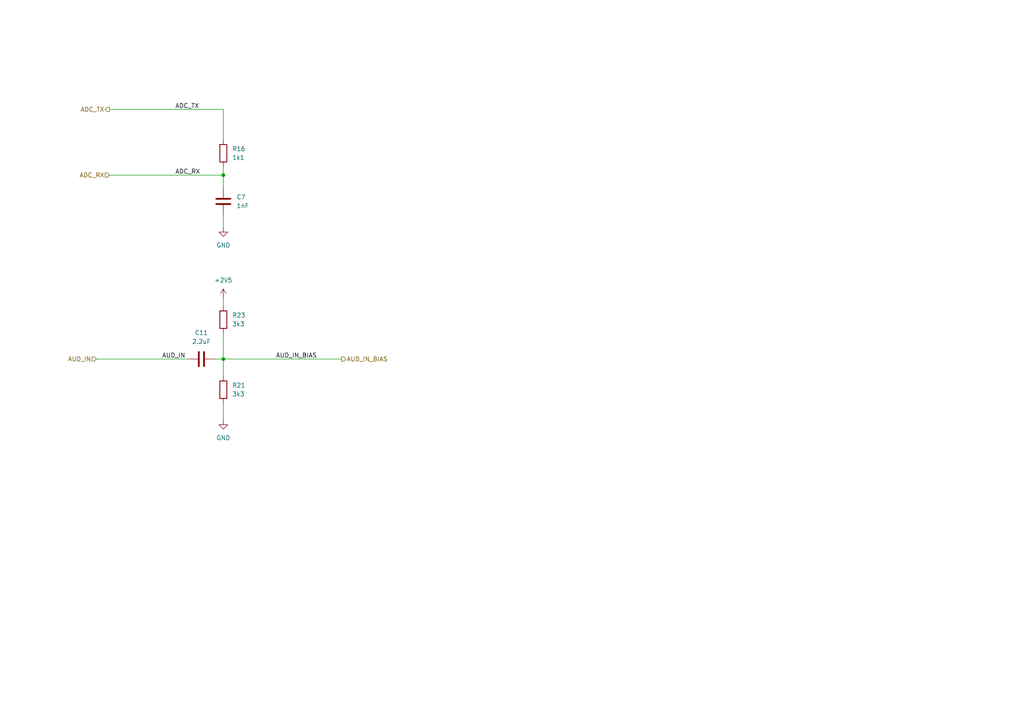
<source format=kicad_sch>
(kicad_sch
	(version 20250114)
	(generator "eeschema")
	(generator_version "9.0")
	(uuid "772ff847-a194-466b-b27b-2c6e74b275df")
	(paper "A4")
	(lib_symbols
		(symbol "Device:C"
			(pin_numbers
				(hide yes)
			)
			(pin_names
				(offset 0.254)
			)
			(exclude_from_sim no)
			(in_bom yes)
			(on_board yes)
			(property "Reference" "C"
				(at 0.635 2.54 0)
				(effects
					(font
						(size 1.27 1.27)
					)
					(justify left)
				)
			)
			(property "Value" "C"
				(at 0.635 -2.54 0)
				(effects
					(font
						(size 1.27 1.27)
					)
					(justify left)
				)
			)
			(property "Footprint" ""
				(at 0.9652 -3.81 0)
				(effects
					(font
						(size 1.27 1.27)
					)
					(hide yes)
				)
			)
			(property "Datasheet" "~"
				(at 0 0 0)
				(effects
					(font
						(size 1.27 1.27)
					)
					(hide yes)
				)
			)
			(property "Description" "Unpolarized capacitor"
				(at 0 0 0)
				(effects
					(font
						(size 1.27 1.27)
					)
					(hide yes)
				)
			)
			(property "ki_keywords" "cap capacitor"
				(at 0 0 0)
				(effects
					(font
						(size 1.27 1.27)
					)
					(hide yes)
				)
			)
			(property "ki_fp_filters" "C_*"
				(at 0 0 0)
				(effects
					(font
						(size 1.27 1.27)
					)
					(hide yes)
				)
			)
			(symbol "C_0_1"
				(polyline
					(pts
						(xy -2.032 0.762) (xy 2.032 0.762)
					)
					(stroke
						(width 0.508)
						(type default)
					)
					(fill
						(type none)
					)
				)
				(polyline
					(pts
						(xy -2.032 -0.762) (xy 2.032 -0.762)
					)
					(stroke
						(width 0.508)
						(type default)
					)
					(fill
						(type none)
					)
				)
			)
			(symbol "C_1_1"
				(pin passive line
					(at 0 3.81 270)
					(length 2.794)
					(name "~"
						(effects
							(font
								(size 1.27 1.27)
							)
						)
					)
					(number "1"
						(effects
							(font
								(size 1.27 1.27)
							)
						)
					)
				)
				(pin passive line
					(at 0 -3.81 90)
					(length 2.794)
					(name "~"
						(effects
							(font
								(size 1.27 1.27)
							)
						)
					)
					(number "2"
						(effects
							(font
								(size 1.27 1.27)
							)
						)
					)
				)
			)
			(embedded_fonts no)
		)
		(symbol "Device:R"
			(pin_numbers
				(hide yes)
			)
			(pin_names
				(offset 0)
			)
			(exclude_from_sim no)
			(in_bom yes)
			(on_board yes)
			(property "Reference" "R"
				(at 2.032 0 90)
				(effects
					(font
						(size 1.27 1.27)
					)
				)
			)
			(property "Value" "R"
				(at 0 0 90)
				(effects
					(font
						(size 1.27 1.27)
					)
				)
			)
			(property "Footprint" ""
				(at -1.778 0 90)
				(effects
					(font
						(size 1.27 1.27)
					)
					(hide yes)
				)
			)
			(property "Datasheet" "~"
				(at 0 0 0)
				(effects
					(font
						(size 1.27 1.27)
					)
					(hide yes)
				)
			)
			(property "Description" "Resistor"
				(at 0 0 0)
				(effects
					(font
						(size 1.27 1.27)
					)
					(hide yes)
				)
			)
			(property "ki_keywords" "R res resistor"
				(at 0 0 0)
				(effects
					(font
						(size 1.27 1.27)
					)
					(hide yes)
				)
			)
			(property "ki_fp_filters" "R_*"
				(at 0 0 0)
				(effects
					(font
						(size 1.27 1.27)
					)
					(hide yes)
				)
			)
			(symbol "R_0_1"
				(rectangle
					(start -1.016 -2.54)
					(end 1.016 2.54)
					(stroke
						(width 0.254)
						(type default)
					)
					(fill
						(type none)
					)
				)
			)
			(symbol "R_1_1"
				(pin passive line
					(at 0 3.81 270)
					(length 1.27)
					(name "~"
						(effects
							(font
								(size 1.27 1.27)
							)
						)
					)
					(number "1"
						(effects
							(font
								(size 1.27 1.27)
							)
						)
					)
				)
				(pin passive line
					(at 0 -3.81 90)
					(length 1.27)
					(name "~"
						(effects
							(font
								(size 1.27 1.27)
							)
						)
					)
					(number "2"
						(effects
							(font
								(size 1.27 1.27)
							)
						)
					)
				)
			)
			(embedded_fonts no)
		)
		(symbol "power:+2V5"
			(power)
			(pin_numbers
				(hide yes)
			)
			(pin_names
				(offset 0)
				(hide yes)
			)
			(exclude_from_sim no)
			(in_bom yes)
			(on_board yes)
			(property "Reference" "#PWR"
				(at 0 -3.81 0)
				(effects
					(font
						(size 1.27 1.27)
					)
					(hide yes)
				)
			)
			(property "Value" "+2V5"
				(at 0 3.556 0)
				(effects
					(font
						(size 1.27 1.27)
					)
				)
			)
			(property "Footprint" ""
				(at 0 0 0)
				(effects
					(font
						(size 1.27 1.27)
					)
					(hide yes)
				)
			)
			(property "Datasheet" ""
				(at 0 0 0)
				(effects
					(font
						(size 1.27 1.27)
					)
					(hide yes)
				)
			)
			(property "Description" "Power symbol creates a global label with name \"+2V5\""
				(at 0 0 0)
				(effects
					(font
						(size 1.27 1.27)
					)
					(hide yes)
				)
			)
			(property "ki_keywords" "global power"
				(at 0 0 0)
				(effects
					(font
						(size 1.27 1.27)
					)
					(hide yes)
				)
			)
			(symbol "+2V5_0_1"
				(polyline
					(pts
						(xy -0.762 1.27) (xy 0 2.54)
					)
					(stroke
						(width 0)
						(type default)
					)
					(fill
						(type none)
					)
				)
				(polyline
					(pts
						(xy 0 2.54) (xy 0.762 1.27)
					)
					(stroke
						(width 0)
						(type default)
					)
					(fill
						(type none)
					)
				)
				(polyline
					(pts
						(xy 0 0) (xy 0 2.54)
					)
					(stroke
						(width 0)
						(type default)
					)
					(fill
						(type none)
					)
				)
			)
			(symbol "+2V5_1_1"
				(pin power_in line
					(at 0 0 90)
					(length 0)
					(name "~"
						(effects
							(font
								(size 1.27 1.27)
							)
						)
					)
					(number "1"
						(effects
							(font
								(size 1.27 1.27)
							)
						)
					)
				)
			)
			(embedded_fonts no)
		)
		(symbol "power:GND"
			(power)
			(pin_numbers
				(hide yes)
			)
			(pin_names
				(offset 0)
				(hide yes)
			)
			(exclude_from_sim no)
			(in_bom yes)
			(on_board yes)
			(property "Reference" "#PWR"
				(at 0 -6.35 0)
				(effects
					(font
						(size 1.27 1.27)
					)
					(hide yes)
				)
			)
			(property "Value" "GND"
				(at 0 -3.81 0)
				(effects
					(font
						(size 1.27 1.27)
					)
				)
			)
			(property "Footprint" ""
				(at 0 0 0)
				(effects
					(font
						(size 1.27 1.27)
					)
					(hide yes)
				)
			)
			(property "Datasheet" ""
				(at 0 0 0)
				(effects
					(font
						(size 1.27 1.27)
					)
					(hide yes)
				)
			)
			(property "Description" "Power symbol creates a global label with name \"GND\" , ground"
				(at 0 0 0)
				(effects
					(font
						(size 1.27 1.27)
					)
					(hide yes)
				)
			)
			(property "ki_keywords" "global power"
				(at 0 0 0)
				(effects
					(font
						(size 1.27 1.27)
					)
					(hide yes)
				)
			)
			(symbol "GND_0_1"
				(polyline
					(pts
						(xy 0 0) (xy 0 -1.27) (xy 1.27 -1.27) (xy 0 -2.54) (xy -1.27 -1.27) (xy 0 -1.27)
					)
					(stroke
						(width 0)
						(type default)
					)
					(fill
						(type none)
					)
				)
			)
			(symbol "GND_1_1"
				(pin power_in line
					(at 0 0 270)
					(length 0)
					(name "~"
						(effects
							(font
								(size 1.27 1.27)
							)
						)
					)
					(number "1"
						(effects
							(font
								(size 1.27 1.27)
							)
						)
					)
				)
			)
			(embedded_fonts no)
		)
	)
	(junction
		(at 64.77 104.14)
		(diameter 0)
		(color 0 0 0 0)
		(uuid "782daec6-40ab-4d79-b82c-09671efd35fb")
	)
	(junction
		(at 64.77 50.8)
		(diameter 0)
		(color 0 0 0 0)
		(uuid "e2de462b-c113-4a94-9b74-4d9c4b42f9e5")
	)
	(wire
		(pts
			(xy 64.77 96.52) (xy 64.77 104.14)
		)
		(stroke
			(width 0)
			(type default)
		)
		(uuid "0466f364-92e4-428d-a108-08afee8c513c")
	)
	(wire
		(pts
			(xy 31.75 31.75) (xy 64.77 31.75)
		)
		(stroke
			(width 0)
			(type default)
		)
		(uuid "0cc43b31-eeac-49b5-8dde-6a7b30e322e9")
	)
	(wire
		(pts
			(xy 64.77 86.36) (xy 64.77 88.9)
		)
		(stroke
			(width 0)
			(type default)
		)
		(uuid "0da09da5-f3c5-4f76-8822-b7fcce42923d")
	)
	(wire
		(pts
			(xy 62.23 104.14) (xy 64.77 104.14)
		)
		(stroke
			(width 0)
			(type default)
		)
		(uuid "20317500-f239-458e-805f-da547b818fdf")
	)
	(wire
		(pts
			(xy 64.77 40.64) (xy 64.77 31.75)
		)
		(stroke
			(width 0)
			(type default)
		)
		(uuid "3cef5acd-41b8-4342-b27f-e9d9a81eda32")
	)
	(wire
		(pts
			(xy 64.77 104.14) (xy 99.06 104.14)
		)
		(stroke
			(width 0)
			(type default)
		)
		(uuid "53e695c2-6e0f-4921-847a-5ab44c066225")
	)
	(wire
		(pts
			(xy 64.77 104.14) (xy 64.77 109.22)
		)
		(stroke
			(width 0)
			(type default)
		)
		(uuid "594d93c4-2423-4c97-a414-f0f0b92d49f5")
	)
	(wire
		(pts
			(xy 27.94 104.14) (xy 54.61 104.14)
		)
		(stroke
			(width 0)
			(type default)
		)
		(uuid "9300e5dc-94f9-4159-b1ee-a90fdc87ca86")
	)
	(wire
		(pts
			(xy 64.77 62.23) (xy 64.77 66.04)
		)
		(stroke
			(width 0)
			(type default)
		)
		(uuid "9a8bdc72-bcce-4b45-b6ba-f2b3e0cbceba")
	)
	(wire
		(pts
			(xy 64.77 50.8) (xy 64.77 54.61)
		)
		(stroke
			(width 0)
			(type default)
		)
		(uuid "a0195bb6-a69e-4d5f-be47-c5f7ee4646af")
	)
	(wire
		(pts
			(xy 31.75 50.8) (xy 64.77 50.8)
		)
		(stroke
			(width 0)
			(type default)
		)
		(uuid "b0f1ec8e-8924-4f38-a55b-916139eb51b1")
	)
	(wire
		(pts
			(xy 64.77 116.84) (xy 64.77 121.92)
		)
		(stroke
			(width 0)
			(type default)
		)
		(uuid "dea92f9a-a828-4336-b2f0-58a4f0dbbbe2")
	)
	(wire
		(pts
			(xy 64.77 48.26) (xy 64.77 50.8)
		)
		(stroke
			(width 0)
			(type default)
		)
		(uuid "ebd0cfe5-0e2b-4486-94f2-e92587b30be9")
	)
	(label "AUD_IN_BIAS"
		(at 80.01 104.14 0)
		(effects
			(font
				(size 1.27 1.27)
			)
			(justify left bottom)
		)
		(uuid "334400a1-d822-4c90-84a3-c1056fa3a466")
	)
	(label "ADC_RX"
		(at 50.8 50.8 0)
		(effects
			(font
				(size 1.27 1.27)
			)
			(justify left bottom)
		)
		(uuid "378375b1-1290-42fc-8e13-4247b057fb56")
	)
	(label "AUD_IN"
		(at 46.99 104.14 0)
		(effects
			(font
				(size 1.27 1.27)
			)
			(justify left bottom)
		)
		(uuid "48b837a8-7028-429c-8593-473880b1c773")
	)
	(label "ADC_TX"
		(at 50.8 31.75 0)
		(effects
			(font
				(size 1.27 1.27)
			)
			(justify left bottom)
		)
		(uuid "c1ca05a6-4cdc-4ad5-89ec-b4d94499e3f3")
	)
	(hierarchical_label "ADC_RX"
		(shape input)
		(at 31.75 50.8 180)
		(effects
			(font
				(size 1.27 1.27)
			)
			(justify right)
		)
		(uuid "9ac4167d-c812-4cd6-a312-c1e6f6b895e8")
	)
	(hierarchical_label "AUD_IN_BIAS"
		(shape output)
		(at 99.06 104.14 0)
		(effects
			(font
				(size 1.27 1.27)
			)
			(justify left)
		)
		(uuid "aef19c8a-2be7-46ac-8a6d-7e63c5587c03")
	)
	(hierarchical_label "ADC_TX"
		(shape output)
		(at 31.75 31.75 180)
		(effects
			(font
				(size 1.27 1.27)
			)
			(justify right)
		)
		(uuid "cff769a2-6a55-4662-b14a-93983a23f6df")
	)
	(hierarchical_label "AUD_IN"
		(shape input)
		(at 27.94 104.14 180)
		(effects
			(font
				(size 1.27 1.27)
			)
			(justify right)
		)
		(uuid "d04df2a7-bb22-48ad-8fdb-d50a56b0f1f0")
	)
	(symbol
		(lib_id "Device:C")
		(at 58.42 104.14 90)
		(unit 1)
		(exclude_from_sim no)
		(in_bom yes)
		(on_board yes)
		(dnp no)
		(fields_autoplaced yes)
		(uuid "06cd2056-a0de-432b-94d9-ce164b589e7c")
		(property "Reference" "C11"
			(at 58.42 96.52 90)
			(effects
				(font
					(size 1.27 1.27)
				)
			)
		)
		(property "Value" "2.2uF"
			(at 58.42 99.06 90)
			(effects
				(font
					(size 1.27 1.27)
				)
			)
		)
		(property "Footprint" "Capacitor_SMD:C_0603_1608Metric"
			(at 62.23 103.1748 0)
			(effects
				(font
					(size 1.27 1.27)
				)
				(hide yes)
			)
		)
		(property "Datasheet" "~"
			(at 58.42 104.14 0)
			(effects
				(font
					(size 1.27 1.27)
				)
				(hide yes)
			)
		)
		(property "Description" "Unpolarized capacitor"
			(at 58.42 104.14 0)
			(effects
				(font
					(size 1.27 1.27)
				)
				(hide yes)
			)
		)
		(pin "1"
			(uuid "863813e9-a679-4403-9773-ec31e0c08b99")
		)
		(pin "2"
			(uuid "67b0787d-e17d-4013-9328-cf0d8f59c669")
		)
		(instances
			(project ""
				(path "/f8f92944-710a-49a0-a698-f840e5f20e15/1dc50d40-2acd-4c26-808b-1819716fc764"
					(reference "C11")
					(unit 1)
				)
			)
		)
	)
	(symbol
		(lib_id "Device:R")
		(at 64.77 92.71 0)
		(unit 1)
		(exclude_from_sim no)
		(in_bom yes)
		(on_board yes)
		(dnp no)
		(fields_autoplaced yes)
		(uuid "09443756-87f3-4fb0-b02b-0904f5448470")
		(property "Reference" "R23"
			(at 67.31 91.4399 0)
			(effects
				(font
					(size 1.27 1.27)
				)
				(justify left)
			)
		)
		(property "Value" "3k3"
			(at 67.31 93.9799 0)
			(effects
				(font
					(size 1.27 1.27)
				)
				(justify left)
			)
		)
		(property "Footprint" "Resistor_SMD:R_0603_1608Metric"
			(at 62.992 92.71 90)
			(effects
				(font
					(size 1.27 1.27)
				)
				(hide yes)
			)
		)
		(property "Datasheet" "~"
			(at 64.77 92.71 0)
			(effects
				(font
					(size 1.27 1.27)
				)
				(hide yes)
			)
		)
		(property "Description" "Resistor"
			(at 64.77 92.71 0)
			(effects
				(font
					(size 1.27 1.27)
				)
				(hide yes)
			)
		)
		(pin "1"
			(uuid "ce7cdc88-b3c6-4cbf-b1d4-1a87612f0c62")
		)
		(pin "2"
			(uuid "947769bf-805f-495e-baeb-9ce95d7d439a")
		)
		(instances
			(project ""
				(path "/f8f92944-710a-49a0-a698-f840e5f20e15/1dc50d40-2acd-4c26-808b-1819716fc764"
					(reference "R23")
					(unit 1)
				)
			)
		)
	)
	(symbol
		(lib_id "Device:R")
		(at 64.77 113.03 0)
		(unit 1)
		(exclude_from_sim no)
		(in_bom yes)
		(on_board yes)
		(dnp no)
		(fields_autoplaced yes)
		(uuid "3c174f6a-0a8c-4854-bd0b-9cf0494d4ea7")
		(property "Reference" "R21"
			(at 67.31 111.7599 0)
			(effects
				(font
					(size 1.27 1.27)
				)
				(justify left)
			)
		)
		(property "Value" "3k3"
			(at 67.31 114.2999 0)
			(effects
				(font
					(size 1.27 1.27)
				)
				(justify left)
			)
		)
		(property "Footprint" "Resistor_SMD:R_0603_1608Metric"
			(at 62.992 113.03 90)
			(effects
				(font
					(size 1.27 1.27)
				)
				(hide yes)
			)
		)
		(property "Datasheet" "~"
			(at 64.77 113.03 0)
			(effects
				(font
					(size 1.27 1.27)
				)
				(hide yes)
			)
		)
		(property "Description" "Resistor"
			(at 64.77 113.03 0)
			(effects
				(font
					(size 1.27 1.27)
				)
				(hide yes)
			)
		)
		(pin "1"
			(uuid "93a1b44b-16f0-4eff-9243-9dd22c2e5ed7")
		)
		(pin "2"
			(uuid "ab52e501-ff9e-4b8c-ae01-67f07897fc25")
		)
		(instances
			(project "pokeymax4b"
				(path "/f8f92944-710a-49a0-a698-f840e5f20e15/1dc50d40-2acd-4c26-808b-1819716fc764"
					(reference "R21")
					(unit 1)
				)
			)
		)
	)
	(symbol
		(lib_id "power:+2V5")
		(at 64.77 86.36 0)
		(unit 1)
		(exclude_from_sim no)
		(in_bom yes)
		(on_board yes)
		(dnp no)
		(fields_autoplaced yes)
		(uuid "4492d9c5-9f0c-4434-b18a-0a87f8a7320a")
		(property "Reference" "#PWR038"
			(at 64.77 90.17 0)
			(effects
				(font
					(size 1.27 1.27)
				)
				(hide yes)
			)
		)
		(property "Value" "+2V5"
			(at 64.77 81.28 0)
			(effects
				(font
					(size 1.27 1.27)
				)
			)
		)
		(property "Footprint" ""
			(at 64.77 86.36 0)
			(effects
				(font
					(size 1.27 1.27)
				)
				(hide yes)
			)
		)
		(property "Datasheet" ""
			(at 64.77 86.36 0)
			(effects
				(font
					(size 1.27 1.27)
				)
				(hide yes)
			)
		)
		(property "Description" "Power symbol creates a global label with name \"+2V5\""
			(at 64.77 86.36 0)
			(effects
				(font
					(size 1.27 1.27)
				)
				(hide yes)
			)
		)
		(pin "1"
			(uuid "3824f770-5cb1-4f02-a890-7a1b043ff467")
		)
		(instances
			(project ""
				(path "/f8f92944-710a-49a0-a698-f840e5f20e15/1dc50d40-2acd-4c26-808b-1819716fc764"
					(reference "#PWR038")
					(unit 1)
				)
			)
		)
	)
	(symbol
		(lib_id "power:GND")
		(at 64.77 66.04 0)
		(unit 1)
		(exclude_from_sim no)
		(in_bom yes)
		(on_board yes)
		(dnp no)
		(fields_autoplaced yes)
		(uuid "945972f6-456c-4710-9df2-33dc825f4d15")
		(property "Reference" "#PWR036"
			(at 64.77 72.39 0)
			(effects
				(font
					(size 1.27 1.27)
				)
				(hide yes)
			)
		)
		(property "Value" "GND"
			(at 64.77 71.12 0)
			(effects
				(font
					(size 1.27 1.27)
				)
			)
		)
		(property "Footprint" ""
			(at 64.77 66.04 0)
			(effects
				(font
					(size 1.27 1.27)
				)
				(hide yes)
			)
		)
		(property "Datasheet" ""
			(at 64.77 66.04 0)
			(effects
				(font
					(size 1.27 1.27)
				)
				(hide yes)
			)
		)
		(property "Description" "Power symbol creates a global label with name \"GND\" , ground"
			(at 64.77 66.04 0)
			(effects
				(font
					(size 1.27 1.27)
				)
				(hide yes)
			)
		)
		(pin "1"
			(uuid "ad522a48-b0af-498a-95c5-1623c31d2589")
		)
		(instances
			(project ""
				(path "/f8f92944-710a-49a0-a698-f840e5f20e15/1dc50d40-2acd-4c26-808b-1819716fc764"
					(reference "#PWR036")
					(unit 1)
				)
			)
		)
	)
	(symbol
		(lib_id "Device:R")
		(at 64.77 44.45 0)
		(unit 1)
		(exclude_from_sim no)
		(in_bom yes)
		(on_board yes)
		(dnp no)
		(fields_autoplaced yes)
		(uuid "971f0099-318a-42a4-aee4-8740ef73c374")
		(property "Reference" "R16"
			(at 67.31 43.1799 0)
			(effects
				(font
					(size 1.27 1.27)
				)
				(justify left)
			)
		)
		(property "Value" "1k1"
			(at 67.31 45.7199 0)
			(effects
				(font
					(size 1.27 1.27)
				)
				(justify left)
			)
		)
		(property "Footprint" "Resistor_SMD:R_0603_1608Metric"
			(at 62.992 44.45 90)
			(effects
				(font
					(size 1.27 1.27)
				)
				(hide yes)
			)
		)
		(property "Datasheet" "~"
			(at 64.77 44.45 0)
			(effects
				(font
					(size 1.27 1.27)
				)
				(hide yes)
			)
		)
		(property "Description" "Resistor"
			(at 64.77 44.45 0)
			(effects
				(font
					(size 1.27 1.27)
				)
				(hide yes)
			)
		)
		(pin "2"
			(uuid "dab00a8d-7729-438e-9673-63813aa46a87")
		)
		(pin "1"
			(uuid "3b0f4286-72c6-4efe-8ad1-89c5b67e5d0a")
		)
		(instances
			(project ""
				(path "/f8f92944-710a-49a0-a698-f840e5f20e15/1dc50d40-2acd-4c26-808b-1819716fc764"
					(reference "R16")
					(unit 1)
				)
			)
		)
	)
	(symbol
		(lib_id "Device:C")
		(at 64.77 58.42 0)
		(unit 1)
		(exclude_from_sim no)
		(in_bom yes)
		(on_board yes)
		(dnp no)
		(fields_autoplaced yes)
		(uuid "abe35a00-08d8-443a-9731-b3df85251e37")
		(property "Reference" "C7"
			(at 68.58 57.1499 0)
			(effects
				(font
					(size 1.27 1.27)
				)
				(justify left)
			)
		)
		(property "Value" "1nF"
			(at 68.58 59.6899 0)
			(effects
				(font
					(size 1.27 1.27)
				)
				(justify left)
			)
		)
		(property "Footprint" "Capacitor_SMD:C_0603_1608Metric"
			(at 65.7352 62.23 0)
			(effects
				(font
					(size 1.27 1.27)
				)
				(hide yes)
			)
		)
		(property "Datasheet" "~"
			(at 64.77 58.42 0)
			(effects
				(font
					(size 1.27 1.27)
				)
				(hide yes)
			)
		)
		(property "Description" "Unpolarized capacitor"
			(at 64.77 58.42 0)
			(effects
				(font
					(size 1.27 1.27)
				)
				(hide yes)
			)
		)
		(pin "1"
			(uuid "affee368-0878-49ce-8cc1-ea404548f731")
		)
		(pin "2"
			(uuid "d22beb7c-fea3-4044-92a5-0dffacc266e2")
		)
		(instances
			(project ""
				(path "/f8f92944-710a-49a0-a698-f840e5f20e15/1dc50d40-2acd-4c26-808b-1819716fc764"
					(reference "C7")
					(unit 1)
				)
			)
		)
	)
	(symbol
		(lib_id "power:GND")
		(at 64.77 121.92 0)
		(unit 1)
		(exclude_from_sim no)
		(in_bom yes)
		(on_board yes)
		(dnp no)
		(fields_autoplaced yes)
		(uuid "d9cb2843-1bc3-4eb9-81b8-c792523866f7")
		(property "Reference" "#PWR037"
			(at 64.77 128.27 0)
			(effects
				(font
					(size 1.27 1.27)
				)
				(hide yes)
			)
		)
		(property "Value" "GND"
			(at 64.77 127 0)
			(effects
				(font
					(size 1.27 1.27)
				)
			)
		)
		(property "Footprint" ""
			(at 64.77 121.92 0)
			(effects
				(font
					(size 1.27 1.27)
				)
				(hide yes)
			)
		)
		(property "Datasheet" ""
			(at 64.77 121.92 0)
			(effects
				(font
					(size 1.27 1.27)
				)
				(hide yes)
			)
		)
		(property "Description" "Power symbol creates a global label with name \"GND\" , ground"
			(at 64.77 121.92 0)
			(effects
				(font
					(size 1.27 1.27)
				)
				(hide yes)
			)
		)
		(pin "1"
			(uuid "ea3258cb-1e85-4d9b-834d-2092b1fe5ad2")
		)
		(instances
			(project ""
				(path "/f8f92944-710a-49a0-a698-f840e5f20e15/1dc50d40-2acd-4c26-808b-1819716fc764"
					(reference "#PWR037")
					(unit 1)
				)
			)
		)
	)
)

</source>
